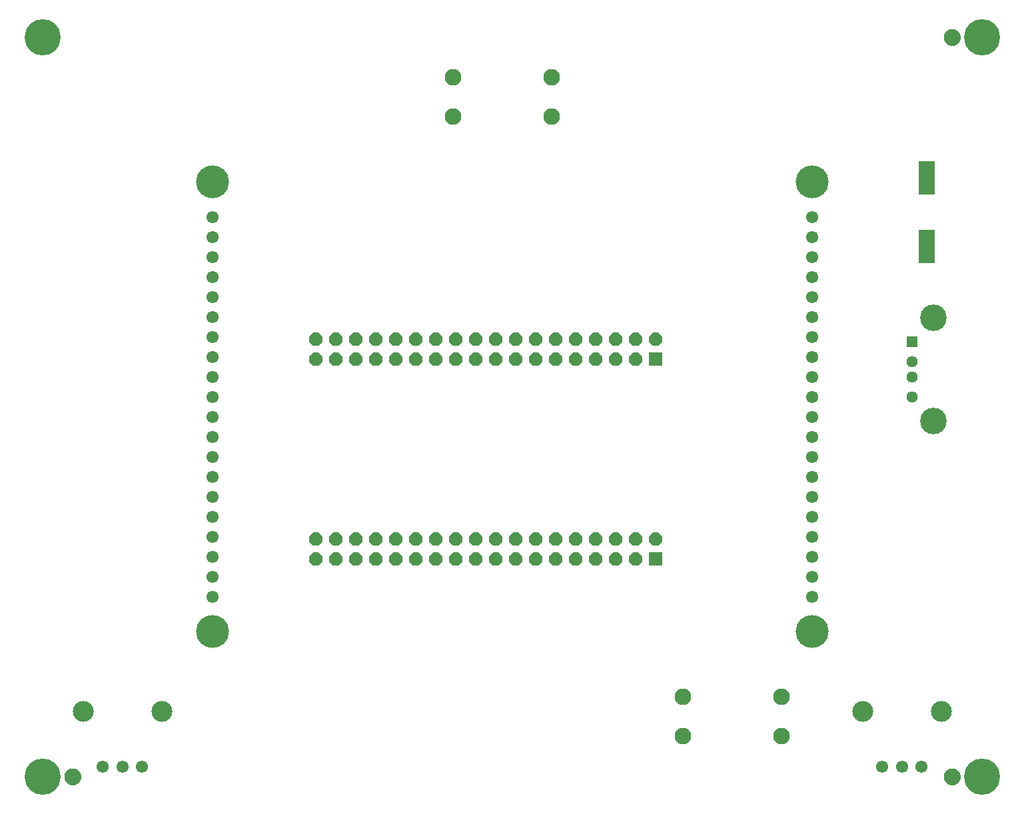
<source format=gbr>
G04 EAGLE Gerber RS-274X export*
G75*
%MOMM*%
%FSLAX34Y34*%
%LPD*%
%INSoldermask Bottom*%
%IPPOS*%
%AMOC8*
5,1,8,0,0,1.08239X$1,22.5*%
G01*
%ADD10R,1.676400X1.676400*%
%ADD11P,1.814519X8X202.500000*%
%ADD12C,1.552400*%
%ADD13C,4.168400*%
%ADD14C,2.652400*%
%ADD15C,2.112400*%
%ADD16R,1.440400X1.440400*%
%ADD17C,1.440400*%
%ADD18C,3.372400*%
%ADD19R,2.152400X4.252400*%
%ADD20C,4.597400*%
%ADD21C,0.609600*%
%ADD22C,1.168400*%


D10*
X817200Y314700D03*
D11*
X817200Y340100D03*
X791800Y314700D03*
X791800Y340100D03*
X766400Y314700D03*
X766400Y340100D03*
X741000Y314700D03*
X741000Y340100D03*
X715600Y314700D03*
X715600Y340100D03*
X690200Y314700D03*
X690200Y340100D03*
X664800Y314700D03*
X664800Y340100D03*
X639400Y314700D03*
X639400Y340100D03*
X614000Y314700D03*
X614000Y340100D03*
X588600Y314700D03*
X588600Y340100D03*
X563200Y314700D03*
X563200Y340100D03*
X537800Y314700D03*
X537800Y340100D03*
X512400Y314700D03*
X512400Y340100D03*
X487000Y314700D03*
X487000Y340100D03*
X461600Y314700D03*
X461600Y340100D03*
X436200Y314700D03*
X436200Y340100D03*
X410800Y314700D03*
X410800Y340100D03*
X385400Y314700D03*
X385400Y340100D03*
D10*
X817200Y568700D03*
D11*
X817200Y594100D03*
X791800Y568700D03*
X791800Y594100D03*
X766400Y568700D03*
X766400Y594100D03*
X741000Y568700D03*
X741000Y594100D03*
X715600Y568700D03*
X715600Y594100D03*
X690200Y568700D03*
X690200Y594100D03*
X664800Y568700D03*
X664800Y594100D03*
X639400Y568700D03*
X639400Y594100D03*
X614000Y568700D03*
X614000Y594100D03*
X588600Y568700D03*
X588600Y594100D03*
X563200Y568700D03*
X563200Y594100D03*
X537800Y568700D03*
X537800Y594100D03*
X512400Y568700D03*
X512400Y594100D03*
X487000Y568700D03*
X487000Y594100D03*
X461600Y568700D03*
X461600Y594100D03*
X436200Y568700D03*
X436200Y594100D03*
X410800Y568700D03*
X410800Y594100D03*
X385400Y568700D03*
X385400Y594100D03*
D12*
X254000Y723900D03*
X254000Y749300D03*
X254000Y698500D03*
X254000Y673100D03*
X254000Y647700D03*
X254000Y596900D03*
X254000Y622300D03*
X254000Y571500D03*
X254000Y546100D03*
X254000Y520700D03*
X254000Y469900D03*
X254000Y495300D03*
X254000Y444500D03*
X254000Y419100D03*
X254000Y393700D03*
X254000Y342900D03*
X254000Y368300D03*
X254000Y317500D03*
X254000Y292100D03*
X254000Y266700D03*
X1016000Y749300D03*
X1016000Y723900D03*
X1016000Y698500D03*
X1016000Y673100D03*
X1016000Y647700D03*
X1016000Y622300D03*
X1016000Y596900D03*
X1016000Y571500D03*
X1016000Y546100D03*
X1016000Y520700D03*
X1016000Y495300D03*
X1016000Y469900D03*
X1016000Y444500D03*
X1016000Y419100D03*
X1016000Y393700D03*
X1016000Y368300D03*
X1016000Y342900D03*
X1016000Y317500D03*
X1016000Y292100D03*
X1016000Y266700D03*
D13*
X254000Y222250D03*
X254000Y793750D03*
X1016000Y222250D03*
X1016000Y793750D03*
D12*
X114700Y50800D03*
X139700Y50800D03*
X164700Y50800D03*
D14*
X89700Y120800D03*
X189700Y120800D03*
D15*
X684800Y926700D03*
X684800Y876700D03*
X559800Y876700D03*
X559800Y926700D03*
D16*
X1143000Y590550D03*
D17*
X1143000Y565550D03*
X1143000Y545550D03*
X1143000Y520550D03*
D18*
X1170100Y621250D03*
X1170100Y489850D03*
D12*
X1105300Y50800D03*
X1130300Y50800D03*
X1155300Y50800D03*
D14*
X1080300Y120800D03*
X1180300Y120800D03*
D15*
X976900Y139300D03*
X976900Y89300D03*
X851900Y89300D03*
X851900Y139300D03*
D19*
X1162050Y712150D03*
X1162050Y799150D03*
D20*
X38100Y38100D03*
X38100Y977900D03*
X1231900Y977900D03*
X1231900Y38100D03*
D21*
X68580Y38100D02*
X68582Y38287D01*
X68589Y38474D01*
X68601Y38661D01*
X68617Y38847D01*
X68637Y39033D01*
X68662Y39218D01*
X68692Y39403D01*
X68726Y39587D01*
X68765Y39770D01*
X68808Y39952D01*
X68856Y40132D01*
X68908Y40312D01*
X68965Y40490D01*
X69025Y40667D01*
X69091Y40842D01*
X69160Y41016D01*
X69234Y41188D01*
X69312Y41358D01*
X69394Y41526D01*
X69480Y41692D01*
X69570Y41856D01*
X69664Y42017D01*
X69762Y42177D01*
X69864Y42333D01*
X69970Y42488D01*
X70080Y42639D01*
X70193Y42788D01*
X70310Y42934D01*
X70430Y43077D01*
X70554Y43217D01*
X70681Y43354D01*
X70812Y43488D01*
X70946Y43619D01*
X71083Y43746D01*
X71223Y43870D01*
X71366Y43990D01*
X71512Y44107D01*
X71661Y44220D01*
X71812Y44330D01*
X71967Y44436D01*
X72123Y44538D01*
X72283Y44636D01*
X72444Y44730D01*
X72608Y44820D01*
X72774Y44906D01*
X72942Y44988D01*
X73112Y45066D01*
X73284Y45140D01*
X73458Y45209D01*
X73633Y45275D01*
X73810Y45335D01*
X73988Y45392D01*
X74168Y45444D01*
X74348Y45492D01*
X74530Y45535D01*
X74713Y45574D01*
X74897Y45608D01*
X75082Y45638D01*
X75267Y45663D01*
X75453Y45683D01*
X75639Y45699D01*
X75826Y45711D01*
X76013Y45718D01*
X76200Y45720D01*
X76387Y45718D01*
X76574Y45711D01*
X76761Y45699D01*
X76947Y45683D01*
X77133Y45663D01*
X77318Y45638D01*
X77503Y45608D01*
X77687Y45574D01*
X77870Y45535D01*
X78052Y45492D01*
X78232Y45444D01*
X78412Y45392D01*
X78590Y45335D01*
X78767Y45275D01*
X78942Y45209D01*
X79116Y45140D01*
X79288Y45066D01*
X79458Y44988D01*
X79626Y44906D01*
X79792Y44820D01*
X79956Y44730D01*
X80117Y44636D01*
X80277Y44538D01*
X80433Y44436D01*
X80588Y44330D01*
X80739Y44220D01*
X80888Y44107D01*
X81034Y43990D01*
X81177Y43870D01*
X81317Y43746D01*
X81454Y43619D01*
X81588Y43488D01*
X81719Y43354D01*
X81846Y43217D01*
X81970Y43077D01*
X82090Y42934D01*
X82207Y42788D01*
X82320Y42639D01*
X82430Y42488D01*
X82536Y42333D01*
X82638Y42177D01*
X82736Y42017D01*
X82830Y41856D01*
X82920Y41692D01*
X83006Y41526D01*
X83088Y41358D01*
X83166Y41188D01*
X83240Y41016D01*
X83309Y40842D01*
X83375Y40667D01*
X83435Y40490D01*
X83492Y40312D01*
X83544Y40132D01*
X83592Y39952D01*
X83635Y39770D01*
X83674Y39587D01*
X83708Y39403D01*
X83738Y39218D01*
X83763Y39033D01*
X83783Y38847D01*
X83799Y38661D01*
X83811Y38474D01*
X83818Y38287D01*
X83820Y38100D01*
X83818Y37913D01*
X83811Y37726D01*
X83799Y37539D01*
X83783Y37353D01*
X83763Y37167D01*
X83738Y36982D01*
X83708Y36797D01*
X83674Y36613D01*
X83635Y36430D01*
X83592Y36248D01*
X83544Y36068D01*
X83492Y35888D01*
X83435Y35710D01*
X83375Y35533D01*
X83309Y35358D01*
X83240Y35184D01*
X83166Y35012D01*
X83088Y34842D01*
X83006Y34674D01*
X82920Y34508D01*
X82830Y34344D01*
X82736Y34183D01*
X82638Y34023D01*
X82536Y33867D01*
X82430Y33712D01*
X82320Y33561D01*
X82207Y33412D01*
X82090Y33266D01*
X81970Y33123D01*
X81846Y32983D01*
X81719Y32846D01*
X81588Y32712D01*
X81454Y32581D01*
X81317Y32454D01*
X81177Y32330D01*
X81034Y32210D01*
X80888Y32093D01*
X80739Y31980D01*
X80588Y31870D01*
X80433Y31764D01*
X80277Y31662D01*
X80117Y31564D01*
X79956Y31470D01*
X79792Y31380D01*
X79626Y31294D01*
X79458Y31212D01*
X79288Y31134D01*
X79116Y31060D01*
X78942Y30991D01*
X78767Y30925D01*
X78590Y30865D01*
X78412Y30808D01*
X78232Y30756D01*
X78052Y30708D01*
X77870Y30665D01*
X77687Y30626D01*
X77503Y30592D01*
X77318Y30562D01*
X77133Y30537D01*
X76947Y30517D01*
X76761Y30501D01*
X76574Y30489D01*
X76387Y30482D01*
X76200Y30480D01*
X76013Y30482D01*
X75826Y30489D01*
X75639Y30501D01*
X75453Y30517D01*
X75267Y30537D01*
X75082Y30562D01*
X74897Y30592D01*
X74713Y30626D01*
X74530Y30665D01*
X74348Y30708D01*
X74168Y30756D01*
X73988Y30808D01*
X73810Y30865D01*
X73633Y30925D01*
X73458Y30991D01*
X73284Y31060D01*
X73112Y31134D01*
X72942Y31212D01*
X72774Y31294D01*
X72608Y31380D01*
X72444Y31470D01*
X72283Y31564D01*
X72123Y31662D01*
X71967Y31764D01*
X71812Y31870D01*
X71661Y31980D01*
X71512Y32093D01*
X71366Y32210D01*
X71223Y32330D01*
X71083Y32454D01*
X70946Y32581D01*
X70812Y32712D01*
X70681Y32846D01*
X70554Y32983D01*
X70430Y33123D01*
X70310Y33266D01*
X70193Y33412D01*
X70080Y33561D01*
X69970Y33712D01*
X69864Y33867D01*
X69762Y34023D01*
X69664Y34183D01*
X69570Y34344D01*
X69480Y34508D01*
X69394Y34674D01*
X69312Y34842D01*
X69234Y35012D01*
X69160Y35184D01*
X69091Y35358D01*
X69025Y35533D01*
X68965Y35710D01*
X68908Y35888D01*
X68856Y36068D01*
X68808Y36248D01*
X68765Y36430D01*
X68726Y36613D01*
X68692Y36797D01*
X68662Y36982D01*
X68637Y37167D01*
X68617Y37353D01*
X68601Y37539D01*
X68589Y37726D01*
X68582Y37913D01*
X68580Y38100D01*
D22*
X76200Y38100D03*
D21*
X1186180Y38100D02*
X1186182Y38287D01*
X1186189Y38474D01*
X1186201Y38661D01*
X1186217Y38847D01*
X1186237Y39033D01*
X1186262Y39218D01*
X1186292Y39403D01*
X1186326Y39587D01*
X1186365Y39770D01*
X1186408Y39952D01*
X1186456Y40132D01*
X1186508Y40312D01*
X1186565Y40490D01*
X1186625Y40667D01*
X1186691Y40842D01*
X1186760Y41016D01*
X1186834Y41188D01*
X1186912Y41358D01*
X1186994Y41526D01*
X1187080Y41692D01*
X1187170Y41856D01*
X1187264Y42017D01*
X1187362Y42177D01*
X1187464Y42333D01*
X1187570Y42488D01*
X1187680Y42639D01*
X1187793Y42788D01*
X1187910Y42934D01*
X1188030Y43077D01*
X1188154Y43217D01*
X1188281Y43354D01*
X1188412Y43488D01*
X1188546Y43619D01*
X1188683Y43746D01*
X1188823Y43870D01*
X1188966Y43990D01*
X1189112Y44107D01*
X1189261Y44220D01*
X1189412Y44330D01*
X1189567Y44436D01*
X1189723Y44538D01*
X1189883Y44636D01*
X1190044Y44730D01*
X1190208Y44820D01*
X1190374Y44906D01*
X1190542Y44988D01*
X1190712Y45066D01*
X1190884Y45140D01*
X1191058Y45209D01*
X1191233Y45275D01*
X1191410Y45335D01*
X1191588Y45392D01*
X1191768Y45444D01*
X1191948Y45492D01*
X1192130Y45535D01*
X1192313Y45574D01*
X1192497Y45608D01*
X1192682Y45638D01*
X1192867Y45663D01*
X1193053Y45683D01*
X1193239Y45699D01*
X1193426Y45711D01*
X1193613Y45718D01*
X1193800Y45720D01*
X1193987Y45718D01*
X1194174Y45711D01*
X1194361Y45699D01*
X1194547Y45683D01*
X1194733Y45663D01*
X1194918Y45638D01*
X1195103Y45608D01*
X1195287Y45574D01*
X1195470Y45535D01*
X1195652Y45492D01*
X1195832Y45444D01*
X1196012Y45392D01*
X1196190Y45335D01*
X1196367Y45275D01*
X1196542Y45209D01*
X1196716Y45140D01*
X1196888Y45066D01*
X1197058Y44988D01*
X1197226Y44906D01*
X1197392Y44820D01*
X1197556Y44730D01*
X1197717Y44636D01*
X1197877Y44538D01*
X1198033Y44436D01*
X1198188Y44330D01*
X1198339Y44220D01*
X1198488Y44107D01*
X1198634Y43990D01*
X1198777Y43870D01*
X1198917Y43746D01*
X1199054Y43619D01*
X1199188Y43488D01*
X1199319Y43354D01*
X1199446Y43217D01*
X1199570Y43077D01*
X1199690Y42934D01*
X1199807Y42788D01*
X1199920Y42639D01*
X1200030Y42488D01*
X1200136Y42333D01*
X1200238Y42177D01*
X1200336Y42017D01*
X1200430Y41856D01*
X1200520Y41692D01*
X1200606Y41526D01*
X1200688Y41358D01*
X1200766Y41188D01*
X1200840Y41016D01*
X1200909Y40842D01*
X1200975Y40667D01*
X1201035Y40490D01*
X1201092Y40312D01*
X1201144Y40132D01*
X1201192Y39952D01*
X1201235Y39770D01*
X1201274Y39587D01*
X1201308Y39403D01*
X1201338Y39218D01*
X1201363Y39033D01*
X1201383Y38847D01*
X1201399Y38661D01*
X1201411Y38474D01*
X1201418Y38287D01*
X1201420Y38100D01*
X1201418Y37913D01*
X1201411Y37726D01*
X1201399Y37539D01*
X1201383Y37353D01*
X1201363Y37167D01*
X1201338Y36982D01*
X1201308Y36797D01*
X1201274Y36613D01*
X1201235Y36430D01*
X1201192Y36248D01*
X1201144Y36068D01*
X1201092Y35888D01*
X1201035Y35710D01*
X1200975Y35533D01*
X1200909Y35358D01*
X1200840Y35184D01*
X1200766Y35012D01*
X1200688Y34842D01*
X1200606Y34674D01*
X1200520Y34508D01*
X1200430Y34344D01*
X1200336Y34183D01*
X1200238Y34023D01*
X1200136Y33867D01*
X1200030Y33712D01*
X1199920Y33561D01*
X1199807Y33412D01*
X1199690Y33266D01*
X1199570Y33123D01*
X1199446Y32983D01*
X1199319Y32846D01*
X1199188Y32712D01*
X1199054Y32581D01*
X1198917Y32454D01*
X1198777Y32330D01*
X1198634Y32210D01*
X1198488Y32093D01*
X1198339Y31980D01*
X1198188Y31870D01*
X1198033Y31764D01*
X1197877Y31662D01*
X1197717Y31564D01*
X1197556Y31470D01*
X1197392Y31380D01*
X1197226Y31294D01*
X1197058Y31212D01*
X1196888Y31134D01*
X1196716Y31060D01*
X1196542Y30991D01*
X1196367Y30925D01*
X1196190Y30865D01*
X1196012Y30808D01*
X1195832Y30756D01*
X1195652Y30708D01*
X1195470Y30665D01*
X1195287Y30626D01*
X1195103Y30592D01*
X1194918Y30562D01*
X1194733Y30537D01*
X1194547Y30517D01*
X1194361Y30501D01*
X1194174Y30489D01*
X1193987Y30482D01*
X1193800Y30480D01*
X1193613Y30482D01*
X1193426Y30489D01*
X1193239Y30501D01*
X1193053Y30517D01*
X1192867Y30537D01*
X1192682Y30562D01*
X1192497Y30592D01*
X1192313Y30626D01*
X1192130Y30665D01*
X1191948Y30708D01*
X1191768Y30756D01*
X1191588Y30808D01*
X1191410Y30865D01*
X1191233Y30925D01*
X1191058Y30991D01*
X1190884Y31060D01*
X1190712Y31134D01*
X1190542Y31212D01*
X1190374Y31294D01*
X1190208Y31380D01*
X1190044Y31470D01*
X1189883Y31564D01*
X1189723Y31662D01*
X1189567Y31764D01*
X1189412Y31870D01*
X1189261Y31980D01*
X1189112Y32093D01*
X1188966Y32210D01*
X1188823Y32330D01*
X1188683Y32454D01*
X1188546Y32581D01*
X1188412Y32712D01*
X1188281Y32846D01*
X1188154Y32983D01*
X1188030Y33123D01*
X1187910Y33266D01*
X1187793Y33412D01*
X1187680Y33561D01*
X1187570Y33712D01*
X1187464Y33867D01*
X1187362Y34023D01*
X1187264Y34183D01*
X1187170Y34344D01*
X1187080Y34508D01*
X1186994Y34674D01*
X1186912Y34842D01*
X1186834Y35012D01*
X1186760Y35184D01*
X1186691Y35358D01*
X1186625Y35533D01*
X1186565Y35710D01*
X1186508Y35888D01*
X1186456Y36068D01*
X1186408Y36248D01*
X1186365Y36430D01*
X1186326Y36613D01*
X1186292Y36797D01*
X1186262Y36982D01*
X1186237Y37167D01*
X1186217Y37353D01*
X1186201Y37539D01*
X1186189Y37726D01*
X1186182Y37913D01*
X1186180Y38100D01*
D22*
X1193800Y38100D03*
D21*
X1186180Y977900D02*
X1186182Y978087D01*
X1186189Y978274D01*
X1186201Y978461D01*
X1186217Y978647D01*
X1186237Y978833D01*
X1186262Y979018D01*
X1186292Y979203D01*
X1186326Y979387D01*
X1186365Y979570D01*
X1186408Y979752D01*
X1186456Y979932D01*
X1186508Y980112D01*
X1186565Y980290D01*
X1186625Y980467D01*
X1186691Y980642D01*
X1186760Y980816D01*
X1186834Y980988D01*
X1186912Y981158D01*
X1186994Y981326D01*
X1187080Y981492D01*
X1187170Y981656D01*
X1187264Y981817D01*
X1187362Y981977D01*
X1187464Y982133D01*
X1187570Y982288D01*
X1187680Y982439D01*
X1187793Y982588D01*
X1187910Y982734D01*
X1188030Y982877D01*
X1188154Y983017D01*
X1188281Y983154D01*
X1188412Y983288D01*
X1188546Y983419D01*
X1188683Y983546D01*
X1188823Y983670D01*
X1188966Y983790D01*
X1189112Y983907D01*
X1189261Y984020D01*
X1189412Y984130D01*
X1189567Y984236D01*
X1189723Y984338D01*
X1189883Y984436D01*
X1190044Y984530D01*
X1190208Y984620D01*
X1190374Y984706D01*
X1190542Y984788D01*
X1190712Y984866D01*
X1190884Y984940D01*
X1191058Y985009D01*
X1191233Y985075D01*
X1191410Y985135D01*
X1191588Y985192D01*
X1191768Y985244D01*
X1191948Y985292D01*
X1192130Y985335D01*
X1192313Y985374D01*
X1192497Y985408D01*
X1192682Y985438D01*
X1192867Y985463D01*
X1193053Y985483D01*
X1193239Y985499D01*
X1193426Y985511D01*
X1193613Y985518D01*
X1193800Y985520D01*
X1193987Y985518D01*
X1194174Y985511D01*
X1194361Y985499D01*
X1194547Y985483D01*
X1194733Y985463D01*
X1194918Y985438D01*
X1195103Y985408D01*
X1195287Y985374D01*
X1195470Y985335D01*
X1195652Y985292D01*
X1195832Y985244D01*
X1196012Y985192D01*
X1196190Y985135D01*
X1196367Y985075D01*
X1196542Y985009D01*
X1196716Y984940D01*
X1196888Y984866D01*
X1197058Y984788D01*
X1197226Y984706D01*
X1197392Y984620D01*
X1197556Y984530D01*
X1197717Y984436D01*
X1197877Y984338D01*
X1198033Y984236D01*
X1198188Y984130D01*
X1198339Y984020D01*
X1198488Y983907D01*
X1198634Y983790D01*
X1198777Y983670D01*
X1198917Y983546D01*
X1199054Y983419D01*
X1199188Y983288D01*
X1199319Y983154D01*
X1199446Y983017D01*
X1199570Y982877D01*
X1199690Y982734D01*
X1199807Y982588D01*
X1199920Y982439D01*
X1200030Y982288D01*
X1200136Y982133D01*
X1200238Y981977D01*
X1200336Y981817D01*
X1200430Y981656D01*
X1200520Y981492D01*
X1200606Y981326D01*
X1200688Y981158D01*
X1200766Y980988D01*
X1200840Y980816D01*
X1200909Y980642D01*
X1200975Y980467D01*
X1201035Y980290D01*
X1201092Y980112D01*
X1201144Y979932D01*
X1201192Y979752D01*
X1201235Y979570D01*
X1201274Y979387D01*
X1201308Y979203D01*
X1201338Y979018D01*
X1201363Y978833D01*
X1201383Y978647D01*
X1201399Y978461D01*
X1201411Y978274D01*
X1201418Y978087D01*
X1201420Y977900D01*
X1201418Y977713D01*
X1201411Y977526D01*
X1201399Y977339D01*
X1201383Y977153D01*
X1201363Y976967D01*
X1201338Y976782D01*
X1201308Y976597D01*
X1201274Y976413D01*
X1201235Y976230D01*
X1201192Y976048D01*
X1201144Y975868D01*
X1201092Y975688D01*
X1201035Y975510D01*
X1200975Y975333D01*
X1200909Y975158D01*
X1200840Y974984D01*
X1200766Y974812D01*
X1200688Y974642D01*
X1200606Y974474D01*
X1200520Y974308D01*
X1200430Y974144D01*
X1200336Y973983D01*
X1200238Y973823D01*
X1200136Y973667D01*
X1200030Y973512D01*
X1199920Y973361D01*
X1199807Y973212D01*
X1199690Y973066D01*
X1199570Y972923D01*
X1199446Y972783D01*
X1199319Y972646D01*
X1199188Y972512D01*
X1199054Y972381D01*
X1198917Y972254D01*
X1198777Y972130D01*
X1198634Y972010D01*
X1198488Y971893D01*
X1198339Y971780D01*
X1198188Y971670D01*
X1198033Y971564D01*
X1197877Y971462D01*
X1197717Y971364D01*
X1197556Y971270D01*
X1197392Y971180D01*
X1197226Y971094D01*
X1197058Y971012D01*
X1196888Y970934D01*
X1196716Y970860D01*
X1196542Y970791D01*
X1196367Y970725D01*
X1196190Y970665D01*
X1196012Y970608D01*
X1195832Y970556D01*
X1195652Y970508D01*
X1195470Y970465D01*
X1195287Y970426D01*
X1195103Y970392D01*
X1194918Y970362D01*
X1194733Y970337D01*
X1194547Y970317D01*
X1194361Y970301D01*
X1194174Y970289D01*
X1193987Y970282D01*
X1193800Y970280D01*
X1193613Y970282D01*
X1193426Y970289D01*
X1193239Y970301D01*
X1193053Y970317D01*
X1192867Y970337D01*
X1192682Y970362D01*
X1192497Y970392D01*
X1192313Y970426D01*
X1192130Y970465D01*
X1191948Y970508D01*
X1191768Y970556D01*
X1191588Y970608D01*
X1191410Y970665D01*
X1191233Y970725D01*
X1191058Y970791D01*
X1190884Y970860D01*
X1190712Y970934D01*
X1190542Y971012D01*
X1190374Y971094D01*
X1190208Y971180D01*
X1190044Y971270D01*
X1189883Y971364D01*
X1189723Y971462D01*
X1189567Y971564D01*
X1189412Y971670D01*
X1189261Y971780D01*
X1189112Y971893D01*
X1188966Y972010D01*
X1188823Y972130D01*
X1188683Y972254D01*
X1188546Y972381D01*
X1188412Y972512D01*
X1188281Y972646D01*
X1188154Y972783D01*
X1188030Y972923D01*
X1187910Y973066D01*
X1187793Y973212D01*
X1187680Y973361D01*
X1187570Y973512D01*
X1187464Y973667D01*
X1187362Y973823D01*
X1187264Y973983D01*
X1187170Y974144D01*
X1187080Y974308D01*
X1186994Y974474D01*
X1186912Y974642D01*
X1186834Y974812D01*
X1186760Y974984D01*
X1186691Y975158D01*
X1186625Y975333D01*
X1186565Y975510D01*
X1186508Y975688D01*
X1186456Y975868D01*
X1186408Y976048D01*
X1186365Y976230D01*
X1186326Y976413D01*
X1186292Y976597D01*
X1186262Y976782D01*
X1186237Y976967D01*
X1186217Y977153D01*
X1186201Y977339D01*
X1186189Y977526D01*
X1186182Y977713D01*
X1186180Y977900D01*
D22*
X1193800Y977900D03*
M02*

</source>
